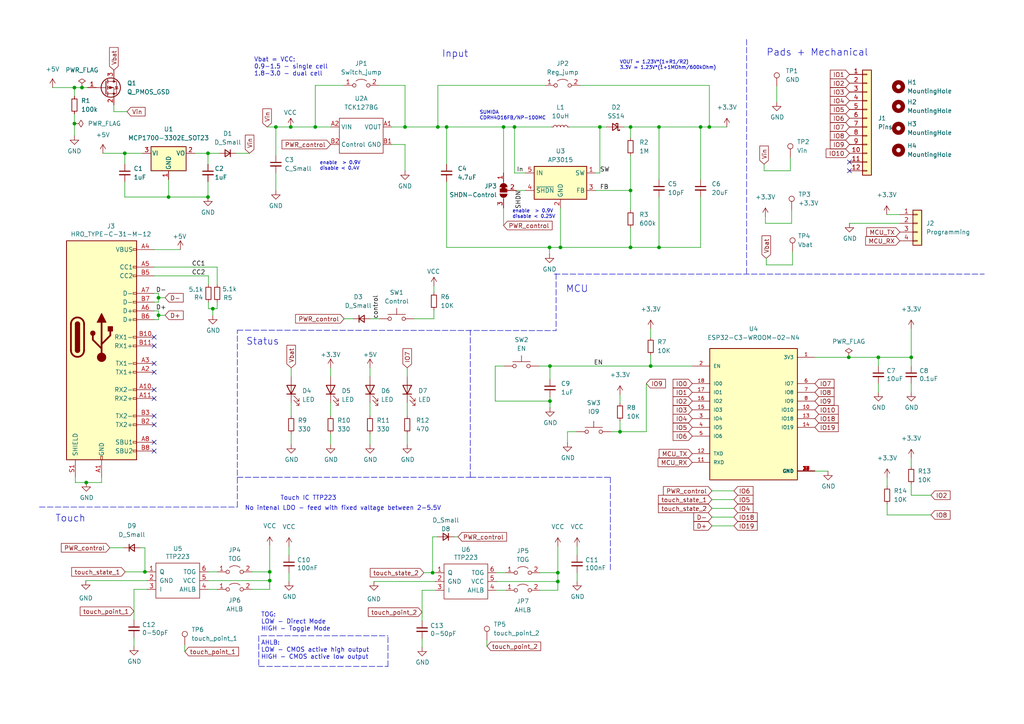
<source format=kicad_sch>
(kicad_sch (version 20211123) (generator eeschema)
  (paper "A4")
  (title_block (title "<<ID>>_<<project_name>>") (date "<<date>>") (rev "<<version>>") (comment 4 "<<hash>>"))
  (junction (at 179.832 125.222))
  (junction (at 60.325 57.15))
  (junction (at 42.037 165.862))
  (junction (at 78.232 165.862))
  (junction (at 182.88 55.245))
  (junction (at 173.99 36.83))
  (junction (at 264.287 103.632))
  (junction (at 149.225 36.83))
  (junction (at 127 36.83))
  (junction (at 161.798 168.656))
  (junction (at 254.762 103.632))
  (junction (at 45.974 91.44))
  (junction (at 191.135 71.755))
  (junction (at 91.44 36.83))
  (junction (at 84.328 36.83))
  (junction (at 159.512 116.332))
  (junction (at 80.01 36.83))
  (junction (at 61.722 89.535))
  (junction (at 117.475 36.83))
  (junction (at 125.476 166.116))
  (junction (at 78.232 168.402))
  (junction (at 48.895 57.15))
  (junction (at 246.1768 103.632))
  (junction (at 191.135 36.83))
  (junction (at 60.325 44.45))
  (junction (at 205.74 36.83))
  (junction (at 21.59 35.8394))
  (junction (at 23.7744 25.4))
  (junction (at 129.54 36.83))
  (junction (at 36.195 44.45))
  (junction (at 182.88 36.83))
  (junction (at 45.974 86.36))
  (junction (at 188.722 106.172))
  (junction (at 159.385 71.755))
  (junction (at 162.56 71.755))
  (junction (at 25.019 139.954))
  (junction (at 21.59 25.4))
  (junction (at 146.05 36.83))
  (junction (at 159.512 106.172))
  (junction (at 182.88 71.755))
  (junction (at 203.2 36.83))
  (junction (at 161.798 166.116))
  (no_connect (at 44.704 100.33))
  (no_connect (at 44.704 97.79))
  (no_connect (at 44.704 120.65))
  (no_connect (at 44.704 128.27))
  (no_connect (at 44.704 107.95))
  (no_connect (at 44.704 115.57))
  (no_connect (at 246.38 49.53))
  (no_connect (at 246.38 46.99))
  (no_connect (at 44.704 130.81))
  (no_connect (at 44.704 123.19))
  (no_connect (at 44.704 105.41))
  (no_connect (at 44.704 113.03))
  (wire (pts (xy 191.135 36.83) (xy 203.2 36.83)))
  (polyline (pts (xy 136.398 138.43) (xy 177.038 138.43)))
  (wire (pts (xy 236.347 136.652) (xy 240.157 136.652)))
  (wire (pts (xy 44.704 85.09) (xy 45.974 85.09)))
  (wire (pts (xy 162.56 71.755) (xy 182.88 71.755)))
  (wire (pts (xy 254.762 111.252) (xy 254.762 113.792)))
  (wire (pts (xy 264.287 132.842) (xy 264.287 135.382)))
  (wire (pts (xy 95.885 106.68) (xy 95.885 109.22)))
  (wire (pts (xy 206.502 147.447) (xy 212.852 147.447)))
  (wire (pts (xy 42.037 165.862) (xy 42.672 165.862)))
  (wire (pts (xy 107.315 125.73) (xy 107.315 128.905)))
  (wire (pts (xy 62.992 77.47) (xy 44.704 77.47)))
  (polyline (pts (xy 161.29 79.375) (xy 161.29 95.885)))
  (polyline (pts (xy 216.535 11.43) (xy 216.535 79.375)))
  (wire (pts (xy 84.455 106.68) (xy 84.455 109.22)))
  (wire (pts (xy 125.857 92.456) (xy 125.857 89.916)))
  (wire (pts (xy 165.1 36.83) (xy 173.99 36.83)))
  (wire (pts (xy 73.152 165.862) (xy 78.232 165.862)))
  (wire (pts (xy 117.475 41.91) (xy 117.475 49.53)))
  (wire (pts (xy 159.385 71.755) (xy 162.56 71.755)))
  (wire (pts (xy 264.287 143.637) (xy 270.002 143.637)))
  (wire (pts (xy 156.337 106.172) (xy 159.512 106.172)))
  (wire (pts (xy 188.722 102.997) (xy 188.722 106.172)))
  (wire (pts (xy 60.452 89.535) (xy 61.722 89.535)))
  (wire (pts (xy 113.665 41.91) (xy 117.475 41.91)))
  (wire (pts (xy 162.56 71.755) (xy 162.56 60.325)))
  (wire (pts (xy 126.746 155.702) (xy 125.476 155.702)))
  (wire (pts (xy 48.895 52.07) (xy 48.895 57.15)))
  (wire (pts (xy 264.287 111.252) (xy 264.287 113.792)))
  (wire (pts (xy 44.704 72.39) (xy 52.324 72.39)))
  (wire (pts (xy 191.135 36.83) (xy 191.135 52.07)))
  (wire (pts (xy 21.59 27.94) (xy 21.59 25.4)))
  (wire (pts (xy 156.718 171.196) (xy 161.798 171.196)))
  (wire (pts (xy 117.475 24.765) (xy 117.475 36.83)))
  (wire (pts (xy 187.452 111.252) (xy 187.452 125.222)))
  (wire (pts (xy 129.54 52.705) (xy 129.54 71.755)))
  (wire (pts (xy 24.892 168.402) (xy 42.672 168.402)))
  (wire (pts (xy 91.44 24.765) (xy 91.44 36.83)))
  (wire (pts (xy 206.502 152.527) (xy 212.852 152.527)))
  (wire (pts (xy 264.287 140.462) (xy 264.287 143.637)))
  (wire (pts (xy 221.615 47.625) (xy 221.615 49.53)))
  (wire (pts (xy 125.476 166.116) (xy 126.238 166.116)))
  (wire (pts (xy 118.11 106.68) (xy 118.11 109.22)))
  (wire (pts (xy 108.458 168.656) (xy 126.238 168.656)))
  (wire (pts (xy 206.502 142.367) (xy 212.852 142.367)))
  (wire (pts (xy 129.54 71.755) (xy 159.385 71.755)))
  (wire (pts (xy 144.018 166.116) (xy 146.558 166.116)))
  (wire (pts (xy 36.195 57.15) (xy 48.895 57.15)))
  (wire (pts (xy 143.637 116.332) (xy 159.512 116.332)))
  (wire (pts (xy 156.718 166.116) (xy 161.798 166.116)))
  (wire (pts (xy 122.428 171.196) (xy 122.428 180.086)))
  (wire (pts (xy 257.302 146.177) (xy 257.302 149.352)))
  (wire (pts (xy 78.232 158.242) (xy 78.232 165.862)))
  (wire (pts (xy 99.822 92.456) (xy 102.362 92.456)))
  (wire (pts (xy 264.287 103.632) (xy 264.287 106.172)))
  (wire (pts (xy 117.475 36.83) (xy 127 36.83)))
  (wire (pts (xy 246.38 64.77) (xy 260.985 64.77)))
  (wire (pts (xy 167.386 158.496) (xy 167.386 161.036)))
  (wire (pts (xy 15.24 25.4) (xy 21.59 25.4)))
  (wire (pts (xy 159.512 115.062) (xy 159.512 116.332)))
  (wire (pts (xy 180.975 36.83) (xy 182.88 36.83)))
  (wire (pts (xy 56.515 44.45) (xy 60.325 44.45)))
  (wire (pts (xy 182.88 36.83) (xy 191.135 36.83)))
  (wire (pts (xy 109.855 24.765) (xy 117.475 24.765)))
  (wire (pts (xy 182.88 55.245) (xy 182.88 60.96)))
  (wire (pts (xy 60.452 165.862) (xy 62.992 165.862)))
  (wire (pts (xy 254.762 103.632) (xy 254.762 106.172)))
  (wire (pts (xy 143.637 106.172) (xy 143.637 116.332)))
  (wire (pts (xy 80.01 50.165) (xy 80.01 55.245)))
  (wire (pts (xy 38.862 170.942) (xy 38.862 179.832)))
  (wire (pts (xy 60.325 44.45) (xy 60.325 47.625)))
  (wire (pts (xy 95.885 116.84) (xy 95.885 120.65)))
  (wire (pts (xy 205.74 24.765) (xy 205.74 36.83)))
  (wire (pts (xy 182.88 36.83) (xy 182.88 40.005)))
  (wire (pts (xy 44.704 90.17) (xy 45.974 90.17)))
  (wire (pts (xy 146.558 171.196) (xy 144.018 171.196)))
  (wire (pts (xy 264.287 95.377) (xy 264.287 103.632)))
  (wire (pts (xy 83.82 158.496) (xy 83.82 161.036)))
  (wire (pts (xy 161.798 158.496) (xy 161.798 166.116)))
  (wire (pts (xy 36.322 165.862) (xy 42.037 165.862)))
  (wire (pts (xy 158.115 24.765) (xy 127 24.765)))
  (wire (pts (xy 182.88 71.755) (xy 191.135 71.755)))
  (polyline (pts (xy 68.834 138.43) (xy 136.398 138.43)))
  (wire (pts (xy 44.704 92.71) (xy 45.974 92.71)))
  (wire (pts (xy 236.347 103.632) (xy 246.1768 103.632)))
  (wire (pts (xy 222.25 74.93) (xy 222.25 76.835)))
  (wire (pts (xy 33.02 32.385) (xy 33.02 30.48)))
  (wire (pts (xy 225.298 25.146) (xy 225.298 29.591)))
  (wire (pts (xy 188.722 95.377) (xy 188.722 97.917)))
  (wire (pts (xy 122.428 187.706) (xy 122.428 185.166)))
  (wire (pts (xy 45.974 87.63) (xy 45.974 86.36)))
  (wire (pts (xy 53.594 188.976) (xy 53.594 187.198)))
  (wire (pts (xy 60.452 80.01) (xy 60.452 82.55)))
  (wire (pts (xy 38.862 187.452) (xy 38.862 184.912)))
  (wire (pts (xy 257.302 138.557) (xy 257.302 141.097)))
  (polyline (pts (xy 177.038 138.43) (xy 177.038 165.608)))
  (wire (pts (xy 146.177 106.172) (xy 143.637 106.172)))
  (wire (pts (xy 25.019 139.954) (xy 21.844 139.954)))
  (wire (pts (xy 91.44 36.83) (xy 95.885 36.83)))
  (wire (pts (xy 159.512 116.332) (xy 159.512 118.237)))
  (wire (pts (xy 60.325 52.705) (xy 60.325 57.15)))
  (wire (pts (xy 257.302 149.352) (xy 270.002 149.352)))
  (wire (pts (xy 60.325 44.45) (xy 63.5 44.45)))
  (wire (pts (xy 113.665 36.83) (xy 117.475 36.83)))
  (wire (pts (xy 191.135 71.755) (xy 191.135 57.15)))
  (wire (pts (xy 40.767 158.877) (xy 42.037 158.877)))
  (wire (pts (xy 206.502 144.907) (xy 212.852 144.907)))
  (wire (pts (xy 125.857 82.931) (xy 125.857 84.836)))
  (wire (pts (xy 206.502 149.987) (xy 212.852 149.987)))
  (wire (pts (xy 182.88 71.755) (xy 182.88 66.04)))
  (wire (pts (xy 141.224 187.452) (xy 141.224 185.674)))
  (wire (pts (xy 187.452 125.222) (xy 179.832 125.222)))
  (wire (pts (xy 188.722 106.172) (xy 200.787 106.172)))
  (polyline (pts (xy 68.834 147.066) (xy 68.834 95.758)))
  (wire (pts (xy 29.464 139.954) (xy 29.464 138.43)))
  (wire (pts (xy 203.2 36.83) (xy 203.2 52.07)))
  (wire (pts (xy 21.59 25.4) (xy 23.7744 25.4)))
  (wire (pts (xy 95.885 125.73) (xy 95.885 128.905)))
  (wire (pts (xy 60.452 168.402) (xy 78.232 168.402)))
  (wire (pts (xy 48.895 57.15) (xy 60.325 57.15)))
  (wire (pts (xy 177.292 125.222) (xy 179.832 125.222)))
  (wire (pts (xy 173.99 36.83) (xy 175.895 36.83)))
  (wire (pts (xy 31.877 158.877) (xy 35.687 158.877)))
  (wire (pts (xy 146.05 36.83) (xy 146.05 50.165)))
  (wire (pts (xy 84.455 125.73) (xy 84.455 128.905)))
  (wire (pts (xy 222.25 76.835) (xy 229.87 76.835)))
  (wire (pts (xy 42.672 170.942) (xy 38.862 170.942)))
  (wire (pts (xy 78.232 170.942) (xy 78.232 168.402)))
  (wire (pts (xy 99.695 24.765) (xy 91.44 24.765)))
  (wire (pts (xy 221.996 64.77) (xy 229.616 64.77)))
  (wire (pts (xy 172.72 55.245) (xy 182.88 55.245)))
  (wire (pts (xy 68.58 44.45) (xy 72.39 44.45)))
  (wire (pts (xy 221.996 62.865) (xy 221.996 64.77)))
  (wire (pts (xy 205.74 36.83) (xy 210.82 36.83)))
  (wire (pts (xy 167.386 166.116) (xy 167.386 168.656)))
  (wire (pts (xy 164.592 125.222) (xy 164.592 128.397)))
  (wire (pts (xy 36.195 52.705) (xy 36.195 57.15)))
  (wire (pts (xy 126.238 171.196) (xy 122.428 171.196)))
  (wire (pts (xy 146.05 60.325) (xy 146.05 65.405)))
  (wire (pts (xy 179.832 114.427) (xy 179.832 116.967)))
  (wire (pts (xy 78.232 165.862) (xy 78.232 168.402)))
  (wire (pts (xy 118.11 125.73) (xy 118.11 128.905)))
  (wire (pts (xy 172.72 50.165) (xy 173.99 50.165)))
  (wire (pts (xy 229.616 64.77) (xy 229.616 60.96)))
  (polyline (pts (xy 112.522 193.294) (xy 112.522 184.404)))
  (wire (pts (xy 25.019 139.954) (xy 29.464 139.954)))
  (wire (pts (xy 36.195 44.45) (xy 41.275 44.45)))
  (wire (pts (xy 159.512 106.172) (xy 188.722 106.172)))
  (wire (pts (xy 44.704 80.01) (xy 60.452 80.01)))
  (wire (pts (xy 146.05 36.83) (xy 149.225 36.83)))
  (polyline (pts (xy 75.692 184.404) (xy 112.522 184.404)))
  (wire (pts (xy 191.135 71.755) (xy 203.2 71.755)))
  (wire (pts (xy 159.512 109.982) (xy 159.512 106.172)))
  (wire (pts (xy 42.037 158.877) (xy 42.037 165.862)))
  (wire (pts (xy 144.018 168.656) (xy 161.798 168.656)))
  (wire (pts (xy 62.992 89.535) (xy 62.992 87.63)))
  (wire (pts (xy 173.99 50.165) (xy 173.99 36.83)))
  (wire (pts (xy 107.442 92.456) (xy 109.982 92.456)))
  (wire (pts (xy 129.54 36.83) (xy 129.54 47.625)))
  (wire (pts (xy 149.86 55.245) (xy 152.4 55.245)))
  (polyline (pts (xy 75.057 193.294) (xy 112.522 193.294)))
  (wire (pts (xy 107.315 116.84) (xy 107.315 120.65)))
  (wire (pts (xy 182.88 45.085) (xy 182.88 55.245)))
  (wire (pts (xy 33.02 32.385) (xy 36.83 32.385)))
  (wire (pts (xy 45.974 85.09) (xy 45.974 86.36)))
  (polyline (pts (xy 136.398 138.43) (xy 136.398 95.758)))
  (wire (pts (xy 77.47 36.83) (xy 80.01 36.83)))
  (wire (pts (xy 159.385 73.66) (xy 159.385 71.755)))
  (wire (pts (xy 203.2 71.755) (xy 203.2 57.15)))
  (wire (pts (xy 21.844 139.954) (xy 21.844 138.43)))
  (wire (pts (xy 61.722 89.535) (xy 62.992 89.535)))
  (polyline (pts (xy 160.782 79.502) (xy 285.496 79.502)))
  (wire (pts (xy 45.974 86.36) (xy 47.879 86.36)))
  (wire (pts (xy 45.974 90.17) (xy 45.974 91.44)))
  (wire (pts (xy 107.315 106.68) (xy 107.315 109.22)))
  (wire (pts (xy 167.132 125.222) (xy 164.592 125.222)))
  (polyline (pts (xy 68.834 95.758) (xy 161.29 95.885)))
  (wire (pts (xy 29.845 44.45) (xy 36.195 44.45)))
  (wire (pts (xy 221.615 49.53) (xy 229.235 49.53)))
  (wire (pts (xy 21.59 35.8394) (xy 21.59 39.37)))
  (wire (pts (xy 129.54 36.83) (xy 146.05 36.83)))
  (wire (pts (xy 120.142 92.456) (xy 125.857 92.456)))
  (wire (pts (xy 203.2 36.83) (xy 205.74 36.83)))
  (wire (pts (xy 127 36.83) (xy 129.54 36.83)))
  (wire (pts (xy 45.974 92.71) (xy 45.974 91.44)))
  (wire (pts (xy 149.225 36.83) (xy 149.225 50.165)))
  (wire (pts (xy 125.476 155.702) (xy 125.476 166.116)))
  (polyline (pts (xy 11.43 147.066) (xy 68.834 147.066)))
  (wire (pts (xy 152.4 50.165) (xy 149.225 50.165)))
  (wire (pts (xy 127 24.765) (xy 127 36.83)))
  (wire (pts (xy 21.59 33.02) (xy 21.59 35.8394)))
  (wire (pts (xy 61.722 91.44) (xy 61.722 89.535)))
  (wire (pts (xy 168.275 24.765) (xy 205.74 24.765)))
  (polyline (pts (xy 75.057 184.404) (xy 75.057 193.294)))
  (wire (pts (xy 36.195 44.45) (xy 36.195 47.625)))
  (wire (pts (xy 254.762 103.632) (xy 264.287 103.632)))
  (wire (pts (xy 122.936 166.116) (xy 125.476 166.116)))
  (wire (pts (xy 80.01 36.83) (xy 80.01 45.085)))
  (wire (pts (xy 84.328 36.83) (xy 91.44 36.83)))
  (wire (pts (xy 179.832 122.047) (xy 179.832 125.222)))
  (wire (pts (xy 84.455 116.84) (xy 84.455 120.65)))
  (wire (pts (xy 229.87 76.835) (xy 229.87 73.025)))
  (wire (pts (xy 62.992 170.942) (xy 60.452 170.942)))
  (wire (pts (xy 149.225 36.83) (xy 160.02 36.83)))
  (wire (pts (xy 132.842 155.702) (xy 131.826 155.702)))
  (wire (pts (xy 73.152 170.942) (xy 78.232 170.942)))
  (wire (pts (xy 44.704 87.63) (xy 45.974 87.63)))
  (wire (pts (xy 45.974 91.44) (xy 47.879 91.44)))
  (wire (pts (xy 257.175 62.23) (xy 260.985 62.23)))
  (wire (pts (xy 229.235 49.53) (xy 229.235 45.72)))
  (wire (pts (xy 161.798 171.196) (xy 161.798 168.656)))
  (wire (pts (xy 62.992 82.55) (xy 62.992 77.47)))
  (wire (pts (xy 80.01 36.83) (xy 84.328 36.83)))
  (wire (pts (xy 83.82 166.116) (xy 83.82 168.656)))
  (wire (pts (xy 161.798 166.116) (xy 161.798 168.656)))
  (wire (pts (xy 118.11 116.84) (xy 118.11 120.65)))
  (wire (pts (xy 60.452 87.63) (xy 60.452 89.535)))
  (wire (pts (xy 246.1768 103.632) (xy 254.762 103.632)))
  (wire (pts (xy 23.7744 25.4) (xy 25.4 25.4)))
  (text "enable  > 0.9V\ndisable < 0.25V" (at 148.59 63.5 0) (effects (font (size 1 1)) (justify left bottom)))
  (text "Pads + Mechanical" (at 222.25 16.51 0) (effects (font (size 2 2)) (justify left bottom)))
  (text "enable  > 0.9V\ndisable < 0.4V" (at 92.71 49.53 0) (effects (font (size 1 1)) (justify left bottom)))
  (text "SUMIDA\nCDRH4D16FB/NP-100MC" (at 139.065 34.925 0) (effects (font (size 1 1)) (justify left bottom)))
  (text "Touch IC TTP223" (at 81.28 145.288 0) (effects (font (size 1.27 1.27)) (justify left bottom)))
  (text "No intenal LDO - feed with fixed valtage between 2-5.5V" (at 70.993 148.209 0) (effects (font (size 1.27 1.27)) (justify left bottom)))
  (text "Vbat = VCC:\n0.9-1.5 - single cell\n1.8-3.0 - dual cell" (at 73.66 22.225 0) (effects (font (size 1.27 1.27)) (justify left bottom)))
  (text "VOUT = 1.23V*(1+R1/R2)\n3.3V = 1.23V*(1+1MOhm/600kOhm)" (at 179.705 20.32 0) (effects (font (size 1 1)) (justify left bottom)))
  (text "Status" (at 71.374 100.33 0) (effects (font (size 2 2)) (justify left bottom)))
  (text "TOG:\nLOW - Direct Mode\nHIGH - Toggle Mode\n\nAHLB:\nLOW - CMOS active high output\nHIGH - CMOS active low output" (at 75.692 191.389 0) (effects (font (size 1.27 1.27)) (justify left bottom)))
  (text "Input" (at 128.143 16.891 0) (effects (font (size 2 2)) (justify left bottom)))
  (text "Touch" (at 16.002 151.638 0) (effects (font (size 2 2)) (justify left bottom)))
  (text "MCU" (at 164.084 85.09 0) (effects (font (size 2 2)) (justify left bottom)))
  (label "D-" (at 45.212 85.09 0))
  (label "SW" (at 173.99 50.165 0))
  (label "CC2" (at 55.626 80.01 0))
  (label "In" (at 149.86 50.165 0))
  (label "SHDN" (at 151.384 55.245 270))
  (label "CC1" (at 55.626 77.47 0))
  (label "control" (at 109.982 92.456 90))
  (label "D+" (at 45.212 90.17 0))
  (label "FB" (at 173.99 55.245 0))
  (label "EN" (at 172.212 106.172 0))
  (global_label "D-" (shape input) (at 47.879 86.36 0) (property "Intersheet References" "${INTERSHEET_REFS}" (effects hide)))
  (global_label "IO19" (shape input) (at 236.347 123.952 0) (property "Intersheet References" "${INTERSHEET_REFS}" (effects hide)))
  (global_label "D-" (shape input) (at 206.502 149.987 180) (property "Intersheet References" "${INTERSHEET_REFS}" (effects hide)))
  (global_label "PWR_control" (shape input) (at 99.822 92.456 180) (property "Intersheet References" "${INTERSHEET_REFS}" (effects hide)))
  (global_label "IO10" (shape input) (at 246.38 44.45 180) (property "Intersheet References" "${INTERSHEET_REFS}" (effects hide)))
  (global_label "IO4" (shape input) (at 212.852 147.447 0) (property "Intersheet References" "${INTERSHEET_REFS}" (effects hide)))
  (global_label "IO3" (shape input) (at 246.38 26.67 180) (property "Intersheet References" "${INTERSHEET_REFS}" (effects hide)))
  (global_label "IO4" (shape input) (at 200.787 121.412 180) (property "Intersheet References" "${INTERSHEET_REFS}" (effects hide)))
  (global_label "IO0" (shape input) (at 200.787 111.252 180) (property "Intersheet References" "${INTERSHEET_REFS}" (effects hide)))
  (global_label "touch_point_2" (shape input) (at 141.224 187.452 0) (property "Intersheet References" "${INTERSHEET_REFS}" (effects hide)))
  (global_label "touch_state_2" (shape input) (at 206.502 147.447 180) (property "Intersheet References" "${INTERSHEET_REFS}" (effects hide)))
  (global_label "IO18" (shape input) (at 236.347 121.412 0) (property "Intersheet References" "${INTERSHEET_REFS}" (effects hide)))
  (global_label "MCU_RX" (shape input) (at 260.985 69.85 180) (property "Intersheet References" "${INTERSHEET_REFS}" (effects hide)))
  (global_label "Vbat" (shape input) (at 33.02 20.32 90) (property "Intersheet References" "${INTERSHEET_REFS}" (effects hide)))
  (global_label "touch_point_1" (shape input) (at 53.594 188.976 0) (property "Intersheet References" "${INTERSHEET_REFS}" (effects hide)))
  (global_label "Vin" (shape input) (at 72.39 44.45 90) (property "Intersheet References" "${INTERSHEET_REFS}" (effects hide)))
  (global_label "Vin" (shape input) (at 36.83 32.385 0) (property "Intersheet References" "${INTERSHEET_REFS}" (effects hide)))
  (global_label "IO1" (shape input) (at 246.38 21.59 180) (property "Intersheet References" "${INTERSHEET_REFS}" (effects hide)))
  (global_label "IO6" (shape input) (at 200.787 126.492 180) (property "Intersheet References" "${INTERSHEET_REFS}" (effects hide)))
  (global_label "Vbat" (shape input) (at 84.455 106.68 90) (property "Intersheet References" "${INTERSHEET_REFS}" (effects hide)))
  (global_label "IO8" (shape input) (at 270.002 149.352 0) (property "Intersheet References" "${INTERSHEET_REFS}" (effects hide)))
  (global_label "IO9" (shape input) (at 236.347 116.332 0) (property "Intersheet References" "${INTERSHEET_REFS}" (effects hide)))
  (global_label "touch_state_2" (shape input) (at 122.936 166.116 180) (property "Intersheet References" "${INTERSHEET_REFS}" (effects hide)))
  (global_label "touch_state_1" (shape input) (at 206.502 144.907 180) (property "Intersheet References" "${INTERSHEET_REFS}" (effects hide)))
  (global_label "IO7" (shape input) (at 236.347 111.252 0) (property "Intersheet References" "${INTERSHEET_REFS}" (effects hide)))
  (global_label "touch_point_1" (shape input) (at 38.862 177.292 180) (property "Intersheet References" "${INTERSHEET_REFS}" (effects hide)))
  (global_label "IO19" (shape input) (at 212.852 152.527 0) (property "Intersheet References" "${INTERSHEET_REFS}" (effects hide)))
  (global_label "IO4" (shape input) (at 246.38 29.21 180) (property "Intersheet References" "${INTERSHEET_REFS}" (effects hide)))
  (global_label "IO5" (shape input) (at 246.38 31.75 180) (property "Intersheet References" "${INTERSHEET_REFS}" (effects hide)))
  (global_label "IO5" (shape input) (at 200.787 123.952 180) (property "Intersheet References" "${INTERSHEET_REFS}" (effects hide)))
  (global_label "touch_point_2" (shape input) (at 122.428 177.546 180) (property "Intersheet References" "${INTERSHEET_REFS}" (effects hide)))
  (global_label "PWR_control" (shape input) (at 95.885 41.91 180) (property "Intersheet References" "${INTERSHEET_REFS}" (effects hide)))
  (global_label "IO8" (shape input) (at 236.347 113.792 0) (property "Intersheet References" "${INTERSHEET_REFS}" (effects hide)))
  (global_label "D+" (shape input) (at 206.502 152.527 180) (property "Intersheet References" "${INTERSHEET_REFS}" (effects hide)))
  (global_label "IO18" (shape input) (at 212.852 149.987 0) (property "Intersheet References" "${INTERSHEET_REFS}" (effects hide)))
  (global_label "Vin" (shape input) (at 77.47 36.83 90) (property "Intersheet References" "${INTERSHEET_REFS}" (effects hide)))
  (global_label "IO6" (shape input) (at 212.852 142.367 0) (property "Intersheet References" "${INTERSHEET_REFS}" (effects hide)))
  (global_label "IO7" (shape input) (at 246.38 36.83 180) (property "Intersheet References" "${INTERSHEET_REFS}" (effects hide)))
  (global_label "PWR_control" (shape input) (at 31.877 158.877 180) (property "Intersheet References" "${INTERSHEET_REFS}" (effects hide)))
  (global_label "MCU_RX" (shape input) (at 200.787 134.112 180) (property "Intersheet References" "${INTERSHEET_REFS}" (effects hide)))
  (global_label "IO10" (shape input) (at 236.347 118.872 0) (property "Intersheet References" "${INTERSHEET_REFS}" (effects hide)))
  (global_label "PWR_control" (shape input) (at 146.05 65.405 0) (property "Intersheet References" "${INTERSHEET_REFS}" (effects hide)))
  (global_label "IO9" (shape input) (at 246.38 41.91 180) (property "Intersheet References" "${INTERSHEET_REFS}" (effects hide)))
  (global_label "IO2" (shape input) (at 246.38 24.13 180) (property "Intersheet References" "${INTERSHEET_REFS}" (effects hide)))
  (global_label "MCU_TX" (shape input) (at 260.985 67.31 180) (property "Intersheet References" "${INTERSHEET_REFS}" (effects hide)))
  (global_label "IO7" (shape input) (at 118.11 106.68 90) (property "Intersheet References" "${INTERSHEET_REFS}" (effects hide)))
  (global_label "PWR_control" (shape input) (at 132.842 155.702 0) (property "Intersheet References" "${INTERSHEET_REFS}" (effects hide)))
  (global_label "IO9" (shape input) (at 187.452 111.252 0) (property "Intersheet References" "${INTERSHEET_REFS}" (effects hide)))
  (global_label "Vbat" (shape input) (at 222.25 74.93 90) (property "Intersheet References" "${INTERSHEET_REFS}" (effects hide)))
  (global_label "MCU_TX" (shape input) (at 200.787 131.572 180) (property "Intersheet References" "${INTERSHEET_REFS}" (effects hide)))
  (global_label "PWR_control" (shape input) (at 206.502 142.367 180) (property "Intersheet References" "${INTERSHEET_REFS}" (effects hide)))
  (global_label "IO5" (shape input) (at 212.852 144.907 0) (property "Intersheet References" "${INTERSHEET_REFS}" (effects hide)))
  (global_label "Vin" (shape input) (at 221.615 47.625 90) (property "Intersheet References" "${INTERSHEET_REFS}" (effects hide)))
  (global_label "IO6" (shape input) (at 246.38 34.29 180) (property "Intersheet References" "${INTERSHEET_REFS}" (effects hide)))
  (global_label "IO2" (shape input) (at 200.787 116.332 180) (property "Intersheet References" "${INTERSHEET_REFS}" (effects hide)))
  (global_label "D+" (shape input) (at 47.879 91.44 0) (property "Intersheet References" "${INTERSHEET_REFS}" (effects hide)))
  (global_label "IO8" (shape input) (at 246.38 39.37 180) (property "Intersheet References" "${INTERSHEET_REFS}" (effects hide)))
  (global_label "IO1" (shape input) (at 200.787 113.792 180) (property "Intersheet References" "${INTERSHEET_REFS}" (effects hide)))
  (global_label "touch_state_1" (shape input) (at 36.322 165.862 180) (property "Intersheet References" "${INTERSHEET_REFS}" (effects hide)))
  (global_label "IO2" (shape input) (at 270.002 143.637 0) (property "Intersheet References" "${INTERSHEET_REFS}" (effects hide)))
  (global_label "IO3" (shape input) (at 200.787 118.872 180) (property "Intersheet References" "${INTERSHEET_REFS}" (effects hide)))
  (symbol (lib_id "power:GND") (at 117.475 49.53 0) (unit 1)
    (property "Reference" "#PWR07" (effects hide))
    (property "Value" "GND" (at 117.475 53.975 0))
  )
  (symbol (lib_id "power:GND") (at 84.455 128.905 0) (unit 1)
    (property "Reference" "#PWR026" (effects hide))
    (property "Value" "GND" (at 84.582 133.2992 0))
  )
  (symbol (lib_id "power:GND") (at 108.458 168.656 0) (unit 1)
    (property "Reference" "#PWR040" (effects hide))
    (property "Value" "GND" (at 108.458 173.736 0))
  )
  (symbol (lib_id "power:+3.3V") (at 257.175 62.23 0) (unit 1)
    (property "Reference" "#PWR011" (effects hide))
    (property "Value" "+3.3V" (at 257.175 56.515 0))
  )
  (symbol (lib_id "Connector:TestPoint") (at 141.224 185.674 0) (unit 1)
    (property "Reference" "TP5" (at 143.129 181.1019 0) (effects (justify left)))
    (property "Value" "touch_point_2" (at 143.129 183.6419 0) (effects (justify left)))
  )
  (symbol (lib_id "power:+3.3V") (at 264.287 95.377 0) (unit 1)
    (property "Reference" "#PWR018" (effects hide))
    (property "Value" "+3.3V" (at 264.287 89.662 0))
  )
  (symbol (lib_id "power:GND") (at 240.157 136.652 0) (unit 1)
    (property "Reference" "#PWR031" (effects hide))
    (property "Value" "GND" (at 240.284 141.0462 0))
  )
  (symbol (lib_id "Switch:SW_Push") (at 172.212 125.222 0) (unit 1)
    (property "Reference" "SW3" (at 172.212 116.84 0))
    (property "Value" "IO9" (at 172.212 119.38 0))
    (property "Footprint" "Button_Switch_SMD:SW_SPST_EVPBF" (effects hide))
  )
  (symbol (lib_id "Device:LED") (at 107.315 113.03 90) (unit 1)
    (property "Reference" "D6" (at 110.49 113.3474 90) (effects (justify right)))
    (property "Value" "LED" (at 110.49 115.8874 90) (effects (justify right)))
    (property "Footprint" "LED_SMD:LED_0603_1608Metric" (effects hide))
  )
  (symbol (lib_id "Device:D_Small") (at 129.286 155.702 180) (unit 1)
    (property "Reference" "D8" (at 129.286 153.416 0))
    (property "Value" "D_Small" (at 129.286 150.876 0))
    (property "Footprint" "Diode_SMD:D_SOD-323" (effects hide))
  )
  (symbol (lib_id "Regulator_Switching:AP3012") (at 162.56 52.705 0) (unit 1)
    (property "Reference" "U3" (at 162.56 43.815 0))
    (property "Value" "AP3015" (at 162.56 46.355 0))
    (property "Footprint" "Package_TO_SOT_SMD:SOT-23-5" (effects hide))
    (property "Datasheet" "https://www.diodes.com/assets/Datasheets/AP3012.pdf" (effects hide))
  )
  (symbol (lib_id "power:GND") (at 21.59 39.37 0) (unit 1)
    (property "Reference" "#PWR02" (effects hide))
    (property "Value" "GND" (at 21.59 43.815 0))
  )
  (symbol (lib_id "Jumper:Jumper_2_Open") (at 151.638 171.196 0) (unit 1)
    (property "Reference" "JP7" (at 151.638 174.371 0))
    (property "Value" "AHLB" (at 151.638 176.911 0))
    (property "Footprint" "Jumper:SolderJumper-2_P1.3mm_Open_RoundedPad1.0x1.5mm" (effects hide))
  )
  (symbol (lib_id "power:GND") (at 25.019 139.954 0) (unit 1)
    (property "Reference" "#PWR033" (effects hide))
    (property "Value" "GND" (at 25.146 144.3482 0))
  )
  (symbol (lib_id "Device:R_Small") (at 60.452 85.09 180) (unit 1)
    (property "Reference" "R4" (at 58.9534 86.2584 0) (effects (justify left)))
    (property "Value" "5.1k" (at 58.9534 83.947 0) (effects (justify left)))
    (property "Footprint" "Resistor_SMD:R_0805_2012Metric" (effects hide))
  )
  (symbol (lib_id "power:PWR_FLAG") (at 246.1768 103.632 0) (unit 1)
    (property "Reference" "#FLG0103" (effects hide))
    (property "Value" "PWR_FLAG" (at 246.1768 99.06 0))
  )
  (symbol (lib_id "Device:R_Small") (at 182.88 63.5 0) (unit 1)
    (property "Reference" "R3" (at 185.42 62.2299 0) (effects (justify left)))
    (property "Value" "600k" (at 185.42 64.7699 0) (effects (justify left)))
    (property "Footprint" "Resistor_SMD:R_0805_2012Metric" (effects hide))
  )
  (symbol (lib_id "Device:R_Small") (at 107.315 123.19 0) (unit 1)
    (property "Reference" "R11" (at 109.22 121.9199 0) (effects (justify left)))
    (property "Value" "330" (at 109.22 124.4599 0) (effects (justify left)))
    (property "Footprint" "Resistor_SMD:R_0805_2012Metric" (effects hide))
  )
  (symbol (lib_id "Jumper:Jumper_2_Open") (at 151.638 166.116 0) (unit 1)
    (property "Reference" "JP5" (at 151.638 159.766 0))
    (property "Value" "TOG" (at 151.638 162.306 0))
    (property "Footprint" "Jumper:SolderJumper-2_P1.3mm_Open_RoundedPad1.0x1.5mm" (effects hide))
  )
  (symbol (lib_id "Mechanical:MountingHole") (at 260.604 43.561 0) (unit 1)
    (property "Reference" "H4" (at 263.144 42.2909 0) (effects (justify left)))
    (property "Value" "MountingHole" (at 263.144 44.8309 0) (effects (justify left)))
    (property "Footprint" "MountingHole:MountingHole_3.2mm_M3_Pad_Via" (effects hide))
  )
  (symbol (lib_id "power:GND") (at 246.38 64.77 0) (unit 1)
    (property "Reference" "#PWR012" (effects hide))
    (property "Value" "GND" (at 246.507 69.1642 0))
  )
  (symbol (lib_id "Device:R_Small") (at 257.302 143.637 0) (unit 1)
    (property "Reference" "R14" (at 259.207 142.3669 0) (effects (justify left)))
    (property "Value" "10K" (at 259.207 144.9069 0) (effects (justify left)))
    (property "Footprint" "Resistor_SMD:R_0805_2012Metric" (effects hide))
  )
  (symbol (lib_id "Power_Management_custom:TCK127BG,LF") (at 104.775 39.37 0) (unit 1)
    (property "Reference" "U2" (at 104.775 28.575 0))
    (property "Value" "TCK127BG" (at 104.775 31.115 0))
    (property "Footprint" "Package_BGA_custom:Toshiba_WCSP4G" (effects hide))
    (property "Datasheet" "https://toshiba.semicon-storage.com/info/TCK127BG_datasheet_en_20211028.pdf?did=140423&prodName=TCK127BG" (effects hide))
  )
  (symbol (lib_id "Jumper:Jumper_2_Open") (at 68.072 170.942 0) (unit 1)
    (property "Reference" "JP6" (at 68.072 174.117 0))
    (property "Value" "AHLB" (at 68.072 176.657 0))
    (property "Footprint" "Jumper:SolderJumper-2_P1.3mm_Open_RoundedPad1.0x1.5mm" (effects hide))
  )
  (symbol (lib_id "Device:LED") (at 84.455 113.03 90) (unit 1)
    (property "Reference" "D4" (at 87.63 113.3474 90) (effects (justify right)))
    (property "Value" "LED" (at 87.63 115.8874 90) (effects (justify right)))
    (property "Footprint" "LED_SMD:LED_0603_1608Metric" (effects hide))
  )
  (symbol (lib_id "Device:D_Small") (at 66.04 44.45 180) (unit 1)
    (property "Reference" "D1" (at 66.04 38.735 0))
    (property "Value" "D_Small" (at 66.04 41.275 0))
    (property "Footprint" "Diode_SMD:D_SOD-323" (effects hide))
  )
  (symbol (lib_id "Device:R_Small") (at 182.88 42.545 0) (unit 1)
    (property "Reference" "R2" (at 185.42 41.2749 0) (effects (justify left)))
    (property "Value" "1M" (at 185.42 43.8149 0) (effects (justify left)))
    (property "Footprint" "Resistor_SMD:R_0805_2012Metric" (effects hide))
  )
  (symbol (lib_id "Device:D_Schottky_Small") (at 178.435 36.83 180) (unit 1)
    (property "Reference" "D2" (at 178.689 31.115 0))
    (property "Value" "SS14" (at 178.689 33.655 0))
    (property "Footprint" "Diode_SMD:D_SMA" (effects hide))
  )
  (symbol (lib_id "Device:R_Small") (at 188.722 100.457 0) (unit 1)
    (property "Reference" "R7" (at 190.627 99.1869 0) (effects (justify left)))
    (property "Value" "10K" (at 190.627 101.7269 0) (effects (justify left)))
    (property "Footprint" "Resistor_SMD:R_0805_2012Metric" (effects hide))
  )
  (symbol (lib_id "Mechanical:MountingHole") (at 260.604 30.861 0) (unit 1)
    (property "Reference" "H2" (at 263.144 29.5909 0) (effects (justify left)))
    (property "Value" "MountingHole" (at 263.144 32.1309 0) (effects (justify left)))
    (property "Footprint" "MountingHole:MountingHole_3.2mm_M3_Pad_Via" (effects hide))
  )
  (symbol (lib_id "MCU_Espressif_custom:ESP32-C3-WROOM-02-N4") (at 218.567 121.412 0) (unit 1)
    (property "Reference" "U4" (at 218.567 95.377 0))
    (property "Value" "ESP32-C3-WROOM-02-N4" (at 218.567 97.917 0))
    (property "Footprint" "MCU_Espressif_custom:MODULE_ESP32-C3-WROOM-02-H4" (effects hide))
    (property "DESCRIPTION" "WiFi Modules (802.11) (Engineering Samples) SMD module, ESP32-C3, 4MB SPI flash, PCB antenna, -40 C +105 C" (effects hide))
    (property "MF" "Espressif Systems" (effects hide))
    (property "AVAILABILITY" "In Stock" (effects hide))
    (property "PRICE" "None" (effects hide))
    (property "PACKAGE" "Package" (effects hide))
    (property "MP" "ESP32-C3-WROOM-02-H4" (effects hide))
    (property "PURCHASE-URL" "https://pricing.snapeda.com/search/part/ESP32-C3-WROOM-02-H4/?ref=eda" (effects hide))
  )
  (symbol (lib_id "Connector:TestPoint") (at 53.594 187.198 0) (unit 1)
    (property "Reference" "TP6" (at 55.499 182.6259 0) (effects (justify left)))
    (property "Value" "touch_point_1" (at 55.499 185.1659 0) (effects (justify left)))
  )
  (symbol (lib_id "power:GND") (at 60.325 57.15 0) (unit 1)
    (property "Reference" "#PWR09" (effects hide))
    (property "Value" "GND" (at 60.325 61.595 0))
  )
  (symbol (lib_id "power:+3.3V") (at 221.996 62.865 0) (unit 1)
    (property "Reference" "#PWR010" (effects hide))
    (property "Value" "+3.3V" (at 221.996 57.15 0))
  )
  (symbol (lib_id "Device:R_Small") (at 95.885 123.19 0) (unit 1)
    (property "Reference" "R10" (at 97.79 121.9199 0) (effects (justify left)))
    (property "Value" "330" (at 97.79 124.4599 0) (effects (justify left)))
    (property "Footprint" "Resistor_SMD:R_0805_2012Metric" (effects hide))
  )
  (symbol (lib_id "Device:LED") (at 118.11 113.03 90) (unit 1)
    (property "Reference" "D7" (at 121.285 113.3474 90) (effects (justify right)))
    (property "Value" "LED" (at 121.285 115.8874 90) (effects (justify right)))
    (property "Footprint" "LED_SMD:LED_0603_1608Metric" (effects hide))
  )
  (symbol (lib_id "Device:C_Small") (at 38.862 182.372 0) (unit 1)
    (property "Reference" "C12" (at 41.1988 181.2036 0) (effects (justify left)))
    (property "Value" "0-50pF" (at 41.1988 183.515 0) (effects (justify left)))
    (property "Footprint" "Capacitor_SMD:C_0805_2012Metric" (effects hide))
  )
  (symbol (lib_id "power:GND") (at 95.885 128.905 0) (unit 1)
    (property "Reference" "#PWR027" (effects hide))
    (property "Value" "GND" (at 96.012 133.2992 0))
  )
  (symbol (lib_id "power:GND") (at 118.11 128.905 0) (unit 1)
    (property "Reference" "#PWR029" (effects hide))
    (property "Value" "GND" (at 118.237 133.2992 0))
  )
  (symbol (lib_id "power:GND") (at 38.862 187.452 0) (unit 1)
    (property "Reference" "#PWR042" (effects hide))
    (property "Value" "GND" (at 38.989 191.8462 0))
  )
  (symbol (lib_id "power:+3.3V") (at 188.722 95.377 0) (unit 1)
    (property "Reference" "#PWR017" (effects hide))
    (property "Value" "+3.3V" (at 188.722 89.662 0))
  )
  (symbol (lib_id "Device:L_Small") (at 162.56 36.83 90) (unit 1)
    (property "Reference" "L1" (at 162.56 31.115 90))
    (property "Value" "10uH" (at 162.56 33.655 90))
    (property "Footprint" "Inductor_SMD:L_TracoPower_TCK-047_5.2x5.8mm" (effects hide))
  )
  (symbol (lib_id "power:+5V") (at 29.845 44.45 0) (unit 1)
    (property "Reference" "#PWR04" (effects hide))
    (property "Value" "+5V" (at 29.845 39.116 0))
  )
  (symbol (lib_id "Device:C_Small") (at 203.2 54.61 0) (unit 1)
    (property "Reference" "C6" (at 206.375 53.3462 0) (effects (justify left)))
    (property "Value" "20uF" (at 206.375 55.8862 0) (effects (justify left)))
    (property "Footprint" "Capacitor_SMD:C_0805_2012Metric" (effects hide))
  )
  (symbol (lib_id "Device:LED") (at 95.885 113.03 90) (unit 1)
    (property "Reference" "D5" (at 99.06 113.3474 90) (effects (justify right)))
    (property "Value" "LED" (at 99.06 115.8874 90) (effects (justify right)))
    (property "Footprint" "LED_SMD:LED_0603_1608Metric" (effects hide))
  )
  (symbol (lib_id "Connector:USB_C_Receptacle") (at 29.464 97.79 0) (unit 1)
    (property "Reference" "J3" (at 32.1818 65.6082 0))
    (property "Value" "HRO_TYPE-C-31-M-12" (at 32.1818 67.9196 0))
    (property "Footprint" "Connector_USB:USB_C_Receptacle_HRO_TYPE-C-31-M-12" (effects hide))
    (property "Datasheet" "https://www.usb.org/sites/default/files/documents/usb_type-c.zip" (effects hide))
  )
  (symbol (lib_id "power:GND") (at 83.82 168.656 0) (unit 1)
    (property "Reference" "#PWR039" (effects hide))
    (property "Value" "GND" (at 83.947 173.0502 0))
  )
  (symbol (lib_id "Device:R_Small") (at 84.455 123.19 0) (unit 1)
    (property "Reference" "R9" (at 86.36 121.9199 0) (effects (justify left)))
    (property "Value" "330" (at 86.36 124.4599 0) (effects (justify left)))
    (property "Footprint" "Resistor_SMD:R_0805_2012Metric" (effects hide))
  )
  (symbol (lib_id "Jumper:Jumper_2_Open") (at 163.195 24.765 0) (unit 1)
    (property "Reference" "JP2" (at 163.195 18.415 0))
    (property "Value" "Reg_jump" (at 163.195 20.955 0))
    (property "Footprint" "Jumper:SolderJumper-2_P1.3mm_Open_RoundedPad1.0x1.5mm" (effects hide))
  )
  (symbol (lib_id "power:+3.3V") (at 179.832 114.427 0) (unit 1)
    (property "Reference" "#PWR023" (effects hide))
    (property "Value" "+3.3V" (at 179.832 108.712 0))
  )
  (symbol (lib_id "power:GND") (at 159.385 73.66 0) (unit 1)
    (property "Reference" "#PWR014" (effects hide))
    (property "Value" "GND" (at 159.385 78.105 0))
  )
  (symbol (lib_id "power:GND") (at 159.512 118.237 0) (unit 1)
    (property "Reference" "#PWR024" (effects hide))
    (property "Value" "GND" (at 159.639 122.6312 0))
  )
  (symbol (lib_id "power:+3.3V") (at 264.287 132.842 0) (unit 1)
    (property "Reference" "#PWR030" (effects hide))
    (property "Value" "+3.3V" (at 264.287 127.127 0))
  )
  (symbol (lib_id "Device:C_Small") (at 167.386 163.576 0) (unit 1)
    (property "Reference" "C11" (at 169.7228 162.4076 0) (effects (justify left)))
    (property "Value" "100nF" (at 169.7228 164.719 0) (effects (justify left)))
    (property "Footprint" "Capacitor_SMD:C_0805_2012Metric" (effects hide))
  )
  (symbol (lib_id "power:VCC") (at 161.798 158.496 0) (unit 1)
    (property "Reference" "#PWR036" (effects hide))
    (property "Value" "VCC" (at 161.798 152.781 0))
  )
  (symbol (lib_id "power:GND") (at 80.01 55.245 0) (unit 1)
    (property "Reference" "#PWR08" (effects hide))
    (property "Value" "GND" (at 80.01 59.69 0))
  )
  (symbol (lib_id "Device:D_Small") (at 104.902 92.456 0) (unit 1)
    (property "Reference" "D3" (at 103.886 86.106 0))
    (property "Value" "D_Small" (at 103.886 88.646 0))
    (property "Footprint" "Diode_SMD:D_SOD-323" (effects hide))
  )
  (symbol (lib_id "power:GND") (at 167.386 168.656 0) (unit 1)
    (property "Reference" "#PWR041" (effects hide))
    (property "Value" "GND" (at 167.513 173.0502 0))
  )
  (symbol (lib_id "Connector_Generic:Conn_01x12") (at 251.46 34.29 0) (unit 1) (on_board no)
    (property "Reference" "J1" (at 254.635 34.2899 0) (effects (justify left)))
    (property "Value" "Pins" (at 254.635 36.8299 0) (effects (justify left)))
    (property "Footprint" "Connector_PinSocket_2.54mm:PinSocket_2x06_P2.54mm_Vertical_SMD" (effects hide))
  )
  (symbol (lib_id "Connector:TestPoint") (at 229.87 73.025 0) (unit 1)
    (property "Reference" "TP4" (at 231.394 68.4529 0) (effects (justify left)))
    (property "Value" "Vbat" (at 231.394 70.9929 0) (effects (justify left)))
    (property "Footprint" "TestPoint:TestPoint_Pad_D2.5mm" (effects hide))
  )
  (symbol (lib_id "Device:C_Small") (at 80.01 47.625 0) (unit 1)
    (property "Reference" "C3" (at 82.55 46.3612 0) (effects (justify left)))
    (property "Value" "C_Small" (at 82.55 48.9012 0) (effects (justify left)))
    (property "Footprint" "Capacitor_SMD:C_0805_2012Metric" (effects hide))
  )
  (symbol (lib_id "Connector:TestPoint") (at 229.235 45.72 0) (unit 1)
    (property "Reference" "TP2" (at 231.14 41.1479 0) (effects (justify left)))
    (property "Value" "Vin" (at 231.14 43.6879 0) (effects (justify left)))
    (property "Footprint" "TestPoint:TestPoint_Pad_D2.5mm" (effects hide))
  )
  (symbol (lib_id "Device:R_Small") (at 21.59 30.48 0) (unit 1)
    (property "Reference" "R1" (at 23.495 29.21 0) (effects (justify left)))
    (property "Value" "100k" (at 23.495 31.75 0) (effects (justify left)))
    (property "Footprint" "Resistor_SMD:R_0805_2012Metric" (effects hide))
  )
  (symbol (lib_id "power:+3.3V") (at 95.885 106.68 0) (unit 1)
    (property "Reference" "#PWR019" (effects hide))
    (property "Value" "+3.3V" (at 95.885 102.87 0))
  )
  (symbol (lib_id "Jumper:Jumper_2_Open") (at 104.775 24.765 0) (unit 1)
    (property "Reference" "JP1" (at 104.775 18.415 0))
    (property "Value" "Switch_jump" (at 104.775 20.955 0))
    (property "Footprint" "Jumper:SolderJumper-2_P1.3mm_Open_RoundedPad1.0x1.5mm" (effects hide))
  )
  (symbol (lib_id "Device:D_Small") (at 38.227 158.877 0) (unit 1)
    (property "Reference" "D9" (at 38.227 152.527 0))
    (property "Value" "D_Small" (at 38.227 155.067 0))
    (property "Footprint" "Diode_SMD:D_SOD-323" (effects hide))
  )
  (symbol (lib_id "power:VCC") (at 78.232 158.242 0) (unit 1)
    (property "Reference" "#PWR034" (effects hide))
    (property "Value" "VCC" (at 78.232 152.527 0))
  )
  (symbol (lib_id "Regulator_Linear:MCP1700-3302E_SOT23") (at 48.895 44.45 0) (unit 1)
    (property "Reference" "U1" (at 48.895 37.465 0))
    (property "Value" "MCP1700-3302E_SOT23" (at 48.895 40.005 0))
    (property "Footprint" "Package_TO_SOT_SMD:SOT-23" (effects hide))
    (property "Datasheet" "http://ww1.microchip.com/downloads/en/DeviceDoc/20001826D.pdf" (effects hide))
  )
  (symbol (lib_id "Device:C_Small") (at 264.287 108.712 0) (unit 1)
    (property "Reference" "C8" (at 266.6238 107.5436 0) (effects (justify left)))
    (property "Value" "0.1uF" (at 266.6238 109.855 0) (effects (justify left)))
    (property "Footprint" "Capacitor_SMD:C_0805_2012Metric" (effects hide))
  )
  (symbol (lib_id "power:GND") (at 225.298 29.591 0) (unit 1)
    (property "Reference" "#PWR03" (effects hide))
    (property "Value" "GND" (at 225.425 33.9852 0))
  )
  (symbol (lib_id "power:GND") (at 264.287 113.792 0) (unit 1)
    (property "Reference" "#PWR022" (effects hide))
    (property "Value" "GND" (at 264.414 118.1862 0))
  )
  (symbol (lib_id "Connector_Generic:Conn_01x04") (at 266.065 64.77 0) (unit 1)
    (property "Reference" "J2" (at 268.605 64.7699 0) (effects (justify left)))
    (property "Value" "Programming" (at 268.605 67.3099 0) (effects (justify left)))
    (property "Footprint" "Connector_PinHeader_2.54mm:PinHeader_1x04_P2.54mm_Vertical" (effects hide))
  )
  (symbol (lib_id "Device:R_Small") (at 118.11 123.19 0) (unit 1)
    (property "Reference" "R12" (at 120.65 121.9199 0) (effects (justify left)))
    (property "Value" "470" (at 120.65 124.4599 0) (effects (justify left)))
    (property "Footprint" "Resistor_SMD:R_0805_2012Metric" (effects hide))
  )
  (symbol (lib_id "Device:R_Small") (at 264.287 137.922 0) (unit 1)
    (property "Reference" "R13" (at 266.192 136.6519 0) (effects (justify left)))
    (property "Value" "10K" (at 266.192 139.1919 0) (effects (justify left)))
    (property "Footprint" "Resistor_SMD:R_0805_2012Metric" (effects hide))
  )
  (symbol (lib_id "power:+3.3V") (at 257.302 138.557 0) (unit 1)
    (property "Reference" "#PWR032" (effects hide))
    (property "Value" "+3.3V" (at 257.302 132.842 0))
  )
  (symbol (lib_id "Device:C_Small") (at 36.195 50.165 0) (unit 1)
    (property "Reference" "C1" (at 38.735 48.895 0) (effects (justify left)))
    (property "Value" "1uF" (at 38.735 51.435 0) (effects (justify left)))
    (property "Footprint" "Capacitor_SMD:C_0805_2012Metric" (effects hide))
  )
  (symbol (lib_id "Device:C_Small") (at 122.428 182.626 0) (unit 1)
    (property "Reference" "C13" (at 124.7648 181.4576 0) (effects (justify left)))
    (property "Value" "0-50pF" (at 124.7648 183.769 0) (effects (justify left)))
    (property "Footprint" "Capacitor_SMD:C_0805_2012Metric" (effects hide))
  )
  (symbol (lib_id "Connector:TestPoint") (at 229.616 60.96 0) (unit 1)
    (property "Reference" "TP3" (at 231.521 56.3879 0) (effects (justify left)))
    (property "Value" "+3.3V" (at 231.521 58.9279 0) (effects (justify left)))
    (property "Footprint" "TestPoint:TestPoint_Pad_D2.5mm" (effects hide))
  )
  (symbol (lib_id "power:GND") (at 122.428 187.706 0) (unit 1)
    (property "Reference" "#PWR043" (effects hide))
    (property "Value" "GND" (at 122.555 192.1002 0))
  )
  (symbol (lib_id "Device:C_Small") (at 60.325 50.165 0) (unit 1)
    (property "Reference" "C2" (at 62.23 48.895 0) (effects (justify left)))
    (property "Value" "1uF" (at 62.23 51.435 0) (effects (justify left)))
    (property "Footprint" "Capacitor_SMD:C_0805_2012Metric" (effects hide))
  )
  (symbol (lib_id "power:VCC") (at 125.857 82.931 0) (unit 1)
    (property "Reference" "#PWR015" (effects hide))
    (property "Value" "VCC" (at 125.73 78.74 0))
  )
  (symbol (lib_id "Device:R_Small") (at 62.992 85.09 180) (unit 1)
    (property "Reference" "R5" (at 67.437 86.36 0) (effects (justify left)))
    (property "Value" "5.1k" (at 68.707 83.82 0) (effects (justify left)))
    (property "Footprint" "Resistor_SMD:R_0805_2012Metric" (effects hide))
  )
  (symbol (lib_id "Device:C_Small") (at 159.512 112.522 0) (unit 1)
    (property "Reference" "C9" (at 162.687 111.2582 0) (effects (justify left)))
    (property "Value" "1uF" (at 162.687 113.7982 0) (effects (justify left)))
    (property "Footprint" "Capacitor_SMD:C_0805_2012Metric" (effects hide))
  )
  (symbol (lib_id "Switch:SW_Push") (at 151.257 106.172 0) (unit 1)
    (property "Reference" "SW2" (at 151.257 98.552 0))
    (property "Value" "EN" (at 151.257 101.092 0))
    (property "Footprint" "Button_Switch_SMD:SW_SPST_EVPBF" (effects hide))
  )
  (symbol (lib_id "power:VCC") (at 167.386 158.496 0) (unit 1)
    (property "Reference" "#PWR037" (effects hide))
    (property "Value" "VCC" (at 167.386 152.781 0))
  )
  (symbol (lib_id "power:GND") (at 164.592 128.397 0) (unit 1)
    (property "Reference" "#PWR025" (effects hide))
    (property "Value" "GND" (at 164.719 132.7912 0))
  )
  (symbol (lib_id "power:+5V") (at 107.315 106.68 0) (unit 1)
    (property "Reference" "#PWR020" (effects hide))
    (property "Value" "+5V" (at 107.315 102.87 0))
  )
  (symbol (lib_id "power:+5V") (at 52.324 72.39 0) (unit 1)
    (property "Reference" "#PWR013" (effects hide))
    (property "Value" "+5V" (at 52.07 68.58 0))
  )
  (symbol (lib_id "Mechanical:MountingHole") (at 260.604 25.146 0) (unit 1)
    (property "Reference" "H1" (at 263.144 23.8759 0) (effects (justify left)))
    (property "Value" "MountingHole" (at 263.144 26.4159 0) (effects (justify left)))
    (property "Footprint" "MountingHole:MountingHole_3.2mm_M3_Pad_Via" (effects hide))
  )
  (symbol (lib_id "Jumper:Jumper_2_Open") (at 68.072 165.862 0) (unit 1)
    (property "Reference" "JP4" (at 68.072 159.512 0))
    (property "Value" "TOG" (at 68.072 162.052 0))
    (property "Footprint" "Jumper:SolderJumper-2_P1.3mm_Open_RoundedPad1.0x1.5mm" (effects hide))
  )
  (symbol (lib_id "power:GND") (at 107.315 128.905 0) (unit 1)
    (property "Reference" "#PWR028" (effects hide))
    (property "Value" "GND" (at 107.442 133.2992 0))
  )
  (symbol (lib_id "power:VCC") (at 84.328 36.83 0) (unit 1)
    (property "Reference" "#PWR05" (effects hide))
    (property "Value" "VCC" (at 84.201 32.639 0))
  )
  (symbol (lib_id "Device:R_Small") (at 125.857 87.376 0) (unit 1)
    (property "Reference" "R6" (at 127.762 86.1059 0) (effects (justify left)))
    (property "Value" "10K" (at 127.762 88.6459 0) (effects (justify left)))
    (property "Footprint" "Resistor_SMD:R_0805_2012Metric" (effects hide))
  )
  (symbol (lib_id "power:VCC") (at 83.82 158.496 0) (unit 1)
    (property "Reference" "#PWR035" (effects hide))
    (property "Value" "VCC" (at 83.82 152.781 0))
  )
  (symbol (lib_id "Connector:TestPoint") (at 225.298 25.146 0) (unit 1)
    (property "Reference" "TP1" (at 227.838 20.5739 0) (effects (justify left)))
    (property "Value" "GND" (at 227.838 23.1139 0) (effects (justify left)))
    (property "Footprint" "TestPoint:TestPoint_Pad_D2.5mm" (effects hide))
  )
  (symbol (lib_id "power:+5V") (at 15.24 25.4 0) (unit 1)
    (property "Reference" "#PWR01" (effects hide))
    (property "Value" "+5V" (at 15.24 20.066 0))
  )
  (symbol (lib_id "Device:Q_PMOS_GSD") (at 30.48 25.4 0) (unit 1)
    (property "Reference" "Q1" (at 36.83 24.1299 0) (effects (justify left)))
    (property "Value" "Q_PMOS_GSD" (at 36.83 26.6699 0) (effects (justify left)))
    (property "Footprint" "Package_TO_SOT_SMD:SOT-23" (effects hide))
  )
  (symbol (lib_id "Device:C_Small") (at 83.82 163.576 0) (unit 1)
    (property "Reference" "C10" (at 86.1568 162.4076 0) (effects (justify left)))
    (property "Value" "100nF" (at 86.1568 164.719 0) (effects (justify left)))
    (property "Footprint" "Capacitor_SMD:C_0805_2012Metric" (effects hide))
  )
  (symbol (lib_id "Switch:SW_Push") (at 115.062 92.456 0) (unit 1)
    (property "Reference" "SW1" (at 115.062 84.836 0))
    (property "Value" "Control" (at 115.062 87.376 0))
    (property "Footprint" "Button_Switch_SMD:SW_SPST_EVPBF" (effects hide))
  )
  (symbol (lib_id "Jumper:SolderJumper_3_Bridged12") (at 146.05 55.245 90) (mirror x) (unit 1)
    (property "Reference" "JP3" (at 144.145 53.9749 90) (effects (justify left)))
    (property "Value" "SHDN-Control" (at 144.145 56.5149 90) (effects (justify left)))
    (property "Footprint" "Jumper:SolderJumper-3_P1.3mm_Bridged12_RoundedPad1.0x1.5mm_NumberLabels" (effects hide))
  )
  (symbol (lib_id "Device:R_Small") (at 179.832 119.507 0) (unit 1)
    (property "Reference" "R8" (at 181.737 118.2369 0) (effects (justify left)))
    (property "Value" "10K" (at 181.737 120.7769 0) (effects (justify left)))
    (property "Footprint" "Resistor_SMD:R_0805_2012Metric" (effects hide))
  )
  (symbol (lib_id "Device:C_Small") (at 191.135 54.61 0) (unit 1)
    (property "Reference" "C5" (at 193.675 53.3462 0) (effects (justify left)))
    (property "Value" "10pF" (at 193.675 55.8862 0) (effects (justify left)))
    (property "Footprint" "Capacitor_SMD:C_0805_2012Metric" (effects hide))
  )
  (symbol (lib_id "Device:C_Small") (at 254.762 108.712 0) (unit 1)
    (property "Reference" "C7" (at 257.0988 107.5436 0) (effects (justify left)))
    (property "Value" "10uF" (at 257.0988 109.855 0) (effects (justify left)))
    (property "Footprint" "Capacitor_SMD:C_0805_2012Metric" (effects hide))
  )
  (symbol (lib_id "LEDs:TTP223") (at 51.562 168.402 0) (unit 1)
    (property "Reference" "U5" (at 51.562 159.131 0))
    (property "Value" "TTP223" (at 51.562 161.4424 0))
    (property "Footprint" "Package_TO_SOT_SMD:SOT-23-6_Handsoldering" (effects hide))
  )
  (symbol (lib_id "Mechanical:MountingHole") (at 260.604 37.211 0) (unit 1)
    (property "Reference" "H3" (at 263.144 35.9409 0) (effects (justify left)))
    (property "Value" "MountingHole" (at 263.144 38.4809 0) (effects (justify left)))
    (property "Footprint" "MountingHole:MountingHole_3.2mm_M3_Pad_Via" (effects hide))
  )
  (symbol (lib_id "power:PWR_FLAG") (at 23.7744 25.4 0) (unit 1)
    (property "Reference" "#FLG0102" (effects hide))
    (property "Value" "PWR_FLAG" (at 23.7744 20.32 0))
  )
  (symbol (lib_id "power:PWR_FLAG") (at 21.59 35.8394 270) (unit 1)
    (property "Reference" "#FLG0101" (effects hide))
    (property "Value" "PWR_FLAG" (at 25.4508 35.8393 90) (effects (justify left)))
  )
  (symbol (lib_id "Device:C_Small") (at 129.54 50.165 0) (unit 1)
    (property "Reference" "C4" (at 132.715 48.9012 0) (effects (justify left)))
    (property "Value" "4.7uF" (at 132.715 51.4412 0) (effects (justify left)))
    (property "Footprint" "Capacitor_SMD:C_0805_2012Metric" (effects hide))
  )
  (symbol (lib_id "power:GND") (at 254.762 113.792 0) (unit 1)
    (property "Reference" "#PWR021" (effects hide))
    (property "Value" "GND" (at 254.889 118.1862 0))
  )
  (symbol (lib_id "LEDs:TTP223") (at 135.128 168.656 0) (unit 1)
    (property "Reference" "U6" (at 135.128 159.385 0))
    (property "Value" "TTP223" (at 135.128 161.6964 0))
    (property "Footprint" "Package_TO_SOT_SMD:SOT-23-6_Handsoldering" (effects hide))
  )
  (symbol (lib_id "power:+3.3V") (at 210.82 36.83 0) (unit 1)
    (property "Reference" "#PWR06" (effects hide))
    (property "Value" "+3.3V" (at 210.82 31.115 0))
  )
  (symbol (lib_id "power:GND") (at 24.892 168.402 0) (unit 1)
    (property "Reference" "#PWR038" (effects hide))
    (property "Value" "GND" (at 24.892 173.482 0))
  )
  (symbol (lib_id "power:GND") (at 61.722 91.44 0) (unit 1)
    (property "Reference" "#PWR016" (effects hide))
    (property "Value" "GND" (at 61.849 95.8342 0))
  )
)
</source>
